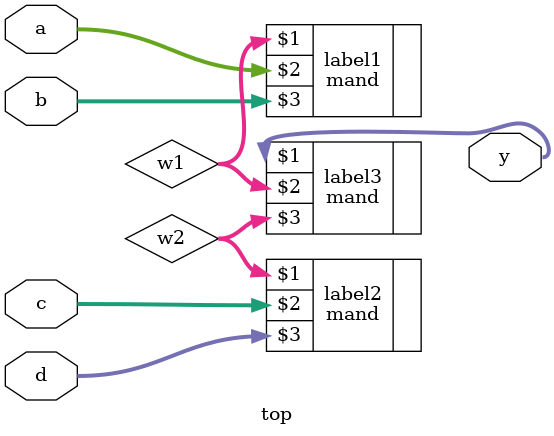
<source format=v>
module top( a, b , c, d, y);
input [1:0] a, b, c, d;
output [1:0] y;

wire [1:0] w1, w2;

mand label1 ( w1, a, b);
mand label2 ( w2, c, d);
mand label3 ( y, w1, w2);
endmodule
</source>
